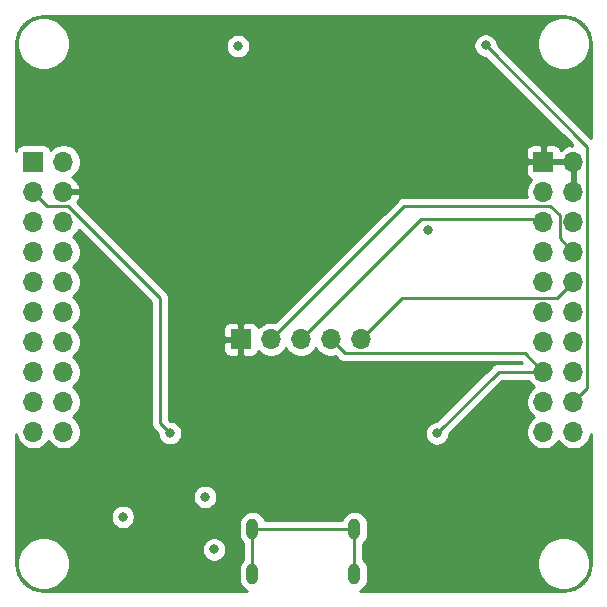
<source format=gbr>
%TF.GenerationSoftware,KiCad,Pcbnew,(5.1.10-1-10_14)*%
%TF.CreationDate,2021-10-31T18:44:30+08:00*%
%TF.ProjectId,esp32solo_devboard,65737033-3273-46f6-9c6f-5f646576626f,rev?*%
%TF.SameCoordinates,Original*%
%TF.FileFunction,Copper,L4,Bot*%
%TF.FilePolarity,Positive*%
%FSLAX46Y46*%
G04 Gerber Fmt 4.6, Leading zero omitted, Abs format (unit mm)*
G04 Created by KiCad (PCBNEW (5.1.10-1-10_14)) date 2021-10-31 18:44:30*
%MOMM*%
%LPD*%
G01*
G04 APERTURE LIST*
%TA.AperFunction,ComponentPad*%
%ADD10O,1.700000X1.700000*%
%TD*%
%TA.AperFunction,ComponentPad*%
%ADD11R,1.700000X1.700000*%
%TD*%
%TA.AperFunction,ComponentPad*%
%ADD12O,0.999998X1.799996*%
%TD*%
%TA.AperFunction,ViaPad*%
%ADD13C,0.800000*%
%TD*%
%TA.AperFunction,Conductor*%
%ADD14C,0.250000*%
%TD*%
%TA.AperFunction,Conductor*%
%ADD15C,0.254000*%
%TD*%
%TA.AperFunction,Conductor*%
%ADD16C,0.100000*%
%TD*%
G04 APERTURE END LIST*
D10*
%TO.P,J3,5*%
%TO.N,EN*%
X129860000Y-78030000D03*
%TO.P,J3,4*%
%TO.N,IO0*%
X127320000Y-78030000D03*
%TO.P,J3,3*%
%TO.N,TXD0*%
X124780000Y-78030000D03*
%TO.P,J3,2*%
%TO.N,RXD0*%
X122240000Y-78030000D03*
D11*
%TO.P,J3,1*%
%TO.N,GND*%
X119700000Y-78030000D03*
%TD*%
D10*
%TO.P,J2,20*%
%TO.N,SD1*%
X147860000Y-85860000D03*
%TO.P,J2,19*%
%TO.N,SD0*%
X145320000Y-85860000D03*
%TO.P,J2,18*%
%TO.N,IO2*%
X147860000Y-83320000D03*
%TO.P,J2,17*%
%TO.N,IO15*%
X145320000Y-83320000D03*
%TO.P,J2,16*%
%TO.N,IO4*%
X147860000Y-80780000D03*
%TO.P,J2,15*%
%TO.N,IO0*%
X145320000Y-80780000D03*
%TO.P,J2,14*%
%TO.N,IO17*%
X147860000Y-78240000D03*
%TO.P,J2,13*%
%TO.N,IO16*%
X145320000Y-78240000D03*
%TO.P,J2,12*%
%TO.N,IO18*%
X147860000Y-75700000D03*
%TO.P,J2,11*%
%TO.N,IO5*%
X145320000Y-75700000D03*
%TO.P,J2,10*%
%TO.N,EN*%
X147860000Y-73160000D03*
%TO.P,J2,9*%
%TO.N,IO19*%
X145320000Y-73160000D03*
%TO.P,J2,8*%
%TO.N,RXD0*%
X147860000Y-70620000D03*
%TO.P,J2,7*%
%TO.N,IO21*%
X145320000Y-70620000D03*
%TO.P,J2,6*%
%TO.N,IO22*%
X147860000Y-68080000D03*
%TO.P,J2,5*%
%TO.N,TXD0*%
X145320000Y-68080000D03*
%TO.P,J2,4*%
%TO.N,GND*%
X147860000Y-65540000D03*
%TO.P,J2,3*%
%TO.N,IO23*%
X145320000Y-65540000D03*
%TO.P,J2,2*%
%TO.N,GND*%
X147860000Y-63000000D03*
D11*
%TO.P,J2,1*%
X145320000Y-63000000D03*
%TD*%
D10*
%TO.P,J1,20*%
%TO.N,CLK*%
X104680000Y-85860000D03*
%TO.P,J1,19*%
%TO.N,CMD*%
X102140000Y-85860000D03*
%TO.P,J1,18*%
%TO.N,SD3*%
X104680000Y-83320000D03*
%TO.P,J1,17*%
%TO.N,SD2*%
X102140000Y-83320000D03*
%TO.P,J1,16*%
%TO.N,IO13*%
X104680000Y-80780000D03*
%TO.P,J1,15*%
%TO.N,IO12*%
X102140000Y-80780000D03*
%TO.P,J1,14*%
%TO.N,IO14*%
X104680000Y-78240000D03*
%TO.P,J1,13*%
%TO.N,IO27*%
X102140000Y-78240000D03*
%TO.P,J1,12*%
%TO.N,IO26*%
X104680000Y-75700000D03*
%TO.P,J1,11*%
%TO.N,IO25*%
X102140000Y-75700000D03*
%TO.P,J1,10*%
%TO.N,IO33*%
X104680000Y-73160000D03*
%TO.P,J1,9*%
%TO.N,IO32*%
X102140000Y-73160000D03*
%TO.P,J1,8*%
%TO.N,IO35*%
X104680000Y-70620000D03*
%TO.P,J1,7*%
%TO.N,IO34*%
X102140000Y-70620000D03*
%TO.P,J1,6*%
%TO.N,SENSOR_VN*%
X104680000Y-68080000D03*
%TO.P,J1,5*%
%TO.N,SENSOR_VP*%
X102140000Y-68080000D03*
%TO.P,J1,4*%
%TO.N,GND*%
X104680000Y-65540000D03*
%TO.P,J1,3*%
%TO.N,EN*%
X102140000Y-65540000D03*
%TO.P,J1,2*%
%TO.N,VBUS*%
X104680000Y-63000000D03*
D11*
%TO.P,J1,1*%
%TO.N,+3V3*%
X102140000Y-63000000D03*
%TD*%
D12*
%TO.P,P1,3*%
%TO.N,Net-(C1-Pad1)*%
X129320159Y-97900047D03*
%TO.P,P1,4*%
X129320159Y-94099953D03*
%TO.P,P1,2*%
X120680095Y-97900047D03*
%TO.P,P1,1*%
X120680095Y-94099953D03*
%TD*%
D13*
%TO.N,GND*%
X123970000Y-58710000D03*
X119290000Y-66340000D03*
X130870000Y-51290000D03*
X119400000Y-51330000D03*
X133780000Y-98260000D03*
X127780000Y-89780000D03*
X127749931Y-91269931D03*
X131580000Y-86020000D03*
X121750000Y-91810000D03*
X113060000Y-97940000D03*
X112075000Y-96005000D03*
X109700000Y-96005000D03*
X107990000Y-54860000D03*
X118340000Y-85980000D03*
%TO.N,EN*%
X113700000Y-85980000D03*
%TO.N,+3V3*%
X119440000Y-53200000D03*
X135550000Y-68790000D03*
X116680000Y-91360000D03*
X109700000Y-93055000D03*
%TO.N,IO0*%
X136299970Y-86000000D03*
%TO.N,IO2*%
X140420000Y-53142500D03*
%TO.N,VBUS*%
X117430000Y-95810000D03*
%TD*%
D14*
%TO.N,EN*%
X105054003Y-66715001D02*
X103315001Y-66715001D01*
X103315001Y-66715001D02*
X102140000Y-65540000D01*
X112864001Y-74524999D02*
X105054003Y-66715001D01*
X147860000Y-73160000D02*
X146495001Y-74524999D01*
X112864001Y-85144001D02*
X112864001Y-74524999D01*
X113700000Y-85980000D02*
X112864001Y-85144001D01*
X133365001Y-74524999D02*
X129860000Y-78030000D01*
X146495001Y-74524999D02*
X133365001Y-74524999D01*
%TO.N,IO0*%
X141519970Y-80780000D02*
X136299970Y-86000000D01*
X145320000Y-80780000D02*
X141519970Y-80780000D01*
X143745001Y-79205001D02*
X145320000Y-80780000D01*
X128495001Y-79205001D02*
X143745001Y-79205001D01*
X127320000Y-78030000D02*
X128495001Y-79205001D01*
%TO.N,IO2*%
X149035001Y-61757501D02*
X140420000Y-53142500D01*
X149035001Y-82144999D02*
X149035001Y-61757501D01*
X147860000Y-83320000D02*
X149035001Y-82144999D01*
%TO.N,Net-(C1-Pad1)*%
X129320159Y-94099953D02*
X120680095Y-94099953D01*
X120680095Y-97900047D02*
X120680095Y-94099953D01*
X129320159Y-97900047D02*
X129320159Y-94099953D01*
%TO.N,RXD0*%
X146684999Y-69444999D02*
X147860000Y-70620000D01*
X146684999Y-67515999D02*
X146684999Y-69444999D01*
X145884001Y-66715001D02*
X146684999Y-67515999D01*
X133554999Y-66715001D02*
X145884001Y-66715001D01*
X122240000Y-78030000D02*
X133554999Y-66715001D01*
%TO.N,TXD0*%
X124780000Y-78030000D02*
X134960000Y-67850000D01*
X145090000Y-67850000D02*
X145320000Y-68080000D01*
X134960000Y-67850000D02*
X145090000Y-67850000D01*
%TD*%
D15*
%TO.N,GND*%
X147453893Y-50707670D02*
X147890498Y-50839489D01*
X148293185Y-51053600D01*
X148646612Y-51341848D01*
X148937327Y-51693261D01*
X149154242Y-52094439D01*
X149289106Y-52530113D01*
X149340000Y-53014344D01*
X149340000Y-60987698D01*
X141455000Y-53102699D01*
X141455000Y-53040561D01*
X141415226Y-52840602D01*
X141390071Y-52779872D01*
X144765000Y-52779872D01*
X144765000Y-53220128D01*
X144850890Y-53651925D01*
X145019369Y-54058669D01*
X145263962Y-54424729D01*
X145575271Y-54736038D01*
X145941331Y-54980631D01*
X146348075Y-55149110D01*
X146779872Y-55235000D01*
X147220128Y-55235000D01*
X147651925Y-55149110D01*
X148058669Y-54980631D01*
X148424729Y-54736038D01*
X148736038Y-54424729D01*
X148980631Y-54058669D01*
X149149110Y-53651925D01*
X149235000Y-53220128D01*
X149235000Y-52779872D01*
X149149110Y-52348075D01*
X148980631Y-51941331D01*
X148736038Y-51575271D01*
X148424729Y-51263962D01*
X148058669Y-51019369D01*
X147651925Y-50850890D01*
X147220128Y-50765000D01*
X146779872Y-50765000D01*
X146348075Y-50850890D01*
X145941331Y-51019369D01*
X145575271Y-51263962D01*
X145263962Y-51575271D01*
X145019369Y-51941331D01*
X144850890Y-52348075D01*
X144765000Y-52779872D01*
X141390071Y-52779872D01*
X141337205Y-52652244D01*
X141223937Y-52482726D01*
X141079774Y-52338563D01*
X140910256Y-52225295D01*
X140721898Y-52147274D01*
X140521939Y-52107500D01*
X140318061Y-52107500D01*
X140118102Y-52147274D01*
X139929744Y-52225295D01*
X139760226Y-52338563D01*
X139616063Y-52482726D01*
X139502795Y-52652244D01*
X139424774Y-52840602D01*
X139385000Y-53040561D01*
X139385000Y-53244439D01*
X139424774Y-53444398D01*
X139502795Y-53632756D01*
X139616063Y-53802274D01*
X139760226Y-53946437D01*
X139929744Y-54059705D01*
X140118102Y-54137726D01*
X140318061Y-54177500D01*
X140380199Y-54177500D01*
X147732998Y-61530300D01*
X147732998Y-61679185D01*
X147503109Y-61558519D01*
X147228748Y-61655843D01*
X146978645Y-61804822D01*
X146782498Y-61981626D01*
X146759502Y-61905820D01*
X146700537Y-61795506D01*
X146621185Y-61698815D01*
X146524494Y-61619463D01*
X146414180Y-61560498D01*
X146294482Y-61524188D01*
X146170000Y-61511928D01*
X145605750Y-61515000D01*
X145447000Y-61673750D01*
X145447000Y-62873000D01*
X147733000Y-62873000D01*
X147733000Y-62853000D01*
X147987000Y-62853000D01*
X147987000Y-62873000D01*
X148007000Y-62873000D01*
X148007000Y-63127000D01*
X147987000Y-63127000D01*
X147987000Y-65413000D01*
X148007000Y-65413000D01*
X148007000Y-65667000D01*
X147987000Y-65667000D01*
X147987000Y-65687000D01*
X147733000Y-65687000D01*
X147733000Y-65667000D01*
X147713000Y-65667000D01*
X147713000Y-65413000D01*
X147733000Y-65413000D01*
X147733000Y-63127000D01*
X145447000Y-63127000D01*
X145447000Y-63147000D01*
X145193000Y-63147000D01*
X145193000Y-63127000D01*
X143993750Y-63127000D01*
X143835000Y-63285750D01*
X143831928Y-63850000D01*
X143844188Y-63974482D01*
X143880498Y-64094180D01*
X143939463Y-64204494D01*
X144018815Y-64301185D01*
X144115506Y-64380537D01*
X144225820Y-64439502D01*
X144298380Y-64461513D01*
X144166525Y-64593368D01*
X144004010Y-64836589D01*
X143892068Y-65106842D01*
X143835000Y-65393740D01*
X143835000Y-65686260D01*
X143888456Y-65955001D01*
X133592321Y-65955001D01*
X133554998Y-65951325D01*
X133517675Y-65955001D01*
X133517666Y-65955001D01*
X133406013Y-65965998D01*
X133262752Y-66009455D01*
X133130722Y-66080027D01*
X133047082Y-66148669D01*
X133014998Y-66175000D01*
X132991200Y-66203998D01*
X122606408Y-76588791D01*
X122386260Y-76545000D01*
X122093740Y-76545000D01*
X121806842Y-76602068D01*
X121536589Y-76714010D01*
X121293368Y-76876525D01*
X121161513Y-77008380D01*
X121139502Y-76935820D01*
X121080537Y-76825506D01*
X121001185Y-76728815D01*
X120904494Y-76649463D01*
X120794180Y-76590498D01*
X120674482Y-76554188D01*
X120550000Y-76541928D01*
X119985750Y-76545000D01*
X119827000Y-76703750D01*
X119827000Y-77903000D01*
X119847000Y-77903000D01*
X119847000Y-78157000D01*
X119827000Y-78157000D01*
X119827000Y-79356250D01*
X119985750Y-79515000D01*
X120550000Y-79518072D01*
X120674482Y-79505812D01*
X120794180Y-79469502D01*
X120904494Y-79410537D01*
X121001185Y-79331185D01*
X121080537Y-79234494D01*
X121139502Y-79124180D01*
X121161513Y-79051620D01*
X121293368Y-79183475D01*
X121536589Y-79345990D01*
X121806842Y-79457932D01*
X122093740Y-79515000D01*
X122386260Y-79515000D01*
X122673158Y-79457932D01*
X122943411Y-79345990D01*
X123186632Y-79183475D01*
X123393475Y-78976632D01*
X123510000Y-78802240D01*
X123626525Y-78976632D01*
X123833368Y-79183475D01*
X124076589Y-79345990D01*
X124346842Y-79457932D01*
X124633740Y-79515000D01*
X124926260Y-79515000D01*
X125213158Y-79457932D01*
X125483411Y-79345990D01*
X125726632Y-79183475D01*
X125933475Y-78976632D01*
X126050000Y-78802240D01*
X126166525Y-78976632D01*
X126373368Y-79183475D01*
X126616589Y-79345990D01*
X126886842Y-79457932D01*
X127173740Y-79515000D01*
X127466260Y-79515000D01*
X127686408Y-79471210D01*
X127931201Y-79716003D01*
X127955000Y-79745002D01*
X128070725Y-79839975D01*
X128202754Y-79910547D01*
X128346015Y-79954004D01*
X128457668Y-79965001D01*
X128457677Y-79965001D01*
X128495000Y-79968677D01*
X128532323Y-79965001D01*
X143430200Y-79965001D01*
X143485199Y-80020000D01*
X141557295Y-80020000D01*
X141519970Y-80016324D01*
X141482645Y-80020000D01*
X141482637Y-80020000D01*
X141370984Y-80030997D01*
X141227723Y-80074454D01*
X141095694Y-80145026D01*
X140979969Y-80239999D01*
X140956171Y-80268997D01*
X136260169Y-84965000D01*
X136198031Y-84965000D01*
X135998072Y-85004774D01*
X135809714Y-85082795D01*
X135640196Y-85196063D01*
X135496033Y-85340226D01*
X135382765Y-85509744D01*
X135304744Y-85698102D01*
X135264970Y-85898061D01*
X135264970Y-86101939D01*
X135304744Y-86301898D01*
X135382765Y-86490256D01*
X135496033Y-86659774D01*
X135640196Y-86803937D01*
X135809714Y-86917205D01*
X135998072Y-86995226D01*
X136198031Y-87035000D01*
X136401909Y-87035000D01*
X136601868Y-86995226D01*
X136790226Y-86917205D01*
X136959744Y-86803937D01*
X137103907Y-86659774D01*
X137217175Y-86490256D01*
X137295196Y-86301898D01*
X137334970Y-86101939D01*
X137334970Y-86039801D01*
X141834772Y-81540000D01*
X144041822Y-81540000D01*
X144166525Y-81726632D01*
X144373368Y-81933475D01*
X144547760Y-82050000D01*
X144373368Y-82166525D01*
X144166525Y-82373368D01*
X144004010Y-82616589D01*
X143892068Y-82886842D01*
X143835000Y-83173740D01*
X143835000Y-83466260D01*
X143892068Y-83753158D01*
X144004010Y-84023411D01*
X144166525Y-84266632D01*
X144373368Y-84473475D01*
X144547760Y-84590000D01*
X144373368Y-84706525D01*
X144166525Y-84913368D01*
X144004010Y-85156589D01*
X143892068Y-85426842D01*
X143835000Y-85713740D01*
X143835000Y-86006260D01*
X143892068Y-86293158D01*
X144004010Y-86563411D01*
X144166525Y-86806632D01*
X144373368Y-87013475D01*
X144616589Y-87175990D01*
X144886842Y-87287932D01*
X145173740Y-87345000D01*
X145466260Y-87345000D01*
X145753158Y-87287932D01*
X146023411Y-87175990D01*
X146266632Y-87013475D01*
X146473475Y-86806632D01*
X146590000Y-86632240D01*
X146706525Y-86806632D01*
X146913368Y-87013475D01*
X147156589Y-87175990D01*
X147426842Y-87287932D01*
X147713740Y-87345000D01*
X148006260Y-87345000D01*
X148293158Y-87287932D01*
X148563411Y-87175990D01*
X148806632Y-87013475D01*
X149013475Y-86806632D01*
X149175990Y-86563411D01*
X149287932Y-86293158D01*
X149340001Y-86031393D01*
X149340001Y-96967711D01*
X149292330Y-97453894D01*
X149160512Y-97890497D01*
X148946399Y-98293186D01*
X148658150Y-98646613D01*
X148306739Y-98937327D01*
X147905564Y-99154240D01*
X147469886Y-99289106D01*
X146985664Y-99340000D01*
X129782276Y-99340000D01*
X129953781Y-99248329D01*
X130126607Y-99106494D01*
X130268442Y-98933668D01*
X130373834Y-98736493D01*
X130438735Y-98522544D01*
X130455158Y-98355797D01*
X130455158Y-97444296D01*
X130438735Y-97277549D01*
X130373834Y-97063601D01*
X130268442Y-96866426D01*
X130197409Y-96779872D01*
X144765000Y-96779872D01*
X144765000Y-97220128D01*
X144850890Y-97651925D01*
X145019369Y-98058669D01*
X145263962Y-98424729D01*
X145575271Y-98736038D01*
X145941331Y-98980631D01*
X146348075Y-99149110D01*
X146779872Y-99235000D01*
X147220128Y-99235000D01*
X147651925Y-99149110D01*
X148058669Y-98980631D01*
X148424729Y-98736038D01*
X148736038Y-98424729D01*
X148980631Y-98058669D01*
X149149110Y-97651925D01*
X149235000Y-97220128D01*
X149235000Y-96779872D01*
X149149110Y-96348075D01*
X148980631Y-95941331D01*
X148736038Y-95575271D01*
X148424729Y-95263962D01*
X148058669Y-95019369D01*
X147651925Y-94850890D01*
X147220128Y-94765000D01*
X146779872Y-94765000D01*
X146348075Y-94850890D01*
X145941331Y-95019369D01*
X145575271Y-95263962D01*
X145263962Y-95575271D01*
X145019369Y-95941331D01*
X144850890Y-96348075D01*
X144765000Y-96779872D01*
X130197409Y-96779872D01*
X130126607Y-96693600D01*
X130080159Y-96655481D01*
X130080159Y-95344519D01*
X130126607Y-95306400D01*
X130268442Y-95133574D01*
X130373834Y-94936399D01*
X130438735Y-94722450D01*
X130455158Y-94555703D01*
X130455158Y-93644202D01*
X130438735Y-93477455D01*
X130373834Y-93263507D01*
X130268442Y-93066332D01*
X130126607Y-92893506D01*
X129953781Y-92751671D01*
X129756605Y-92646279D01*
X129542657Y-92581378D01*
X129320159Y-92559464D01*
X129097660Y-92581378D01*
X128883712Y-92646279D01*
X128686537Y-92751671D01*
X128513711Y-92893506D01*
X128371876Y-93066332D01*
X128266484Y-93263508D01*
X128243294Y-93339953D01*
X121756960Y-93339953D01*
X121733770Y-93263507D01*
X121628378Y-93066332D01*
X121486543Y-92893506D01*
X121313717Y-92751671D01*
X121116541Y-92646279D01*
X120902593Y-92581378D01*
X120680095Y-92559464D01*
X120457596Y-92581378D01*
X120243648Y-92646279D01*
X120046473Y-92751671D01*
X119873647Y-92893506D01*
X119731812Y-93066332D01*
X119626420Y-93263508D01*
X119561519Y-93477456D01*
X119545096Y-93644203D01*
X119545096Y-94555704D01*
X119561519Y-94722451D01*
X119626420Y-94936399D01*
X119731813Y-95133574D01*
X119873648Y-95306400D01*
X119920096Y-95344519D01*
X119920095Y-96655481D01*
X119873647Y-96693600D01*
X119731812Y-96866426D01*
X119626420Y-97063602D01*
X119561519Y-97277550D01*
X119545096Y-97444297D01*
X119545096Y-98355798D01*
X119561519Y-98522545D01*
X119626420Y-98736493D01*
X119731813Y-98933668D01*
X119873648Y-99106494D01*
X120046474Y-99248329D01*
X120217979Y-99340000D01*
X103032279Y-99340000D01*
X102546106Y-99292330D01*
X102109503Y-99160512D01*
X101706814Y-98946399D01*
X101353387Y-98658150D01*
X101062673Y-98306739D01*
X100845760Y-97905564D01*
X100710894Y-97469886D01*
X100660000Y-96985664D01*
X100660000Y-96779872D01*
X100765000Y-96779872D01*
X100765000Y-97220128D01*
X100850890Y-97651925D01*
X101019369Y-98058669D01*
X101263962Y-98424729D01*
X101575271Y-98736038D01*
X101941331Y-98980631D01*
X102348075Y-99149110D01*
X102779872Y-99235000D01*
X103220128Y-99235000D01*
X103651925Y-99149110D01*
X104058669Y-98980631D01*
X104424729Y-98736038D01*
X104736038Y-98424729D01*
X104980631Y-98058669D01*
X105149110Y-97651925D01*
X105235000Y-97220128D01*
X105235000Y-96779872D01*
X105149110Y-96348075D01*
X104980631Y-95941331D01*
X104824766Y-95708061D01*
X116395000Y-95708061D01*
X116395000Y-95911939D01*
X116434774Y-96111898D01*
X116512795Y-96300256D01*
X116626063Y-96469774D01*
X116770226Y-96613937D01*
X116939744Y-96727205D01*
X117128102Y-96805226D01*
X117328061Y-96845000D01*
X117531939Y-96845000D01*
X117731898Y-96805226D01*
X117920256Y-96727205D01*
X118089774Y-96613937D01*
X118233937Y-96469774D01*
X118347205Y-96300256D01*
X118425226Y-96111898D01*
X118465000Y-95911939D01*
X118465000Y-95708061D01*
X118425226Y-95508102D01*
X118347205Y-95319744D01*
X118233937Y-95150226D01*
X118089774Y-95006063D01*
X117920256Y-94892795D01*
X117731898Y-94814774D01*
X117531939Y-94775000D01*
X117328061Y-94775000D01*
X117128102Y-94814774D01*
X116939744Y-94892795D01*
X116770226Y-95006063D01*
X116626063Y-95150226D01*
X116512795Y-95319744D01*
X116434774Y-95508102D01*
X116395000Y-95708061D01*
X104824766Y-95708061D01*
X104736038Y-95575271D01*
X104424729Y-95263962D01*
X104058669Y-95019369D01*
X103651925Y-94850890D01*
X103220128Y-94765000D01*
X102779872Y-94765000D01*
X102348075Y-94850890D01*
X101941331Y-95019369D01*
X101575271Y-95263962D01*
X101263962Y-95575271D01*
X101019369Y-95941331D01*
X100850890Y-96348075D01*
X100765000Y-96779872D01*
X100660000Y-96779872D01*
X100660000Y-92953061D01*
X108665000Y-92953061D01*
X108665000Y-93156939D01*
X108704774Y-93356898D01*
X108782795Y-93545256D01*
X108896063Y-93714774D01*
X109040226Y-93858937D01*
X109209744Y-93972205D01*
X109398102Y-94050226D01*
X109598061Y-94090000D01*
X109801939Y-94090000D01*
X110001898Y-94050226D01*
X110190256Y-93972205D01*
X110359774Y-93858937D01*
X110503937Y-93714774D01*
X110617205Y-93545256D01*
X110695226Y-93356898D01*
X110735000Y-93156939D01*
X110735000Y-92953061D01*
X110695226Y-92753102D01*
X110617205Y-92564744D01*
X110503937Y-92395226D01*
X110359774Y-92251063D01*
X110190256Y-92137795D01*
X110001898Y-92059774D01*
X109801939Y-92020000D01*
X109598061Y-92020000D01*
X109398102Y-92059774D01*
X109209744Y-92137795D01*
X109040226Y-92251063D01*
X108896063Y-92395226D01*
X108782795Y-92564744D01*
X108704774Y-92753102D01*
X108665000Y-92953061D01*
X100660000Y-92953061D01*
X100660000Y-91258061D01*
X115645000Y-91258061D01*
X115645000Y-91461939D01*
X115684774Y-91661898D01*
X115762795Y-91850256D01*
X115876063Y-92019774D01*
X116020226Y-92163937D01*
X116189744Y-92277205D01*
X116378102Y-92355226D01*
X116578061Y-92395000D01*
X116781939Y-92395000D01*
X116981898Y-92355226D01*
X117170256Y-92277205D01*
X117339774Y-92163937D01*
X117483937Y-92019774D01*
X117597205Y-91850256D01*
X117675226Y-91661898D01*
X117715000Y-91461939D01*
X117715000Y-91258061D01*
X117675226Y-91058102D01*
X117597205Y-90869744D01*
X117483937Y-90700226D01*
X117339774Y-90556063D01*
X117170256Y-90442795D01*
X116981898Y-90364774D01*
X116781939Y-90325000D01*
X116578061Y-90325000D01*
X116378102Y-90364774D01*
X116189744Y-90442795D01*
X116020226Y-90556063D01*
X115876063Y-90700226D01*
X115762795Y-90869744D01*
X115684774Y-91058102D01*
X115645000Y-91258061D01*
X100660000Y-91258061D01*
X100660000Y-86031397D01*
X100712068Y-86293158D01*
X100824010Y-86563411D01*
X100986525Y-86806632D01*
X101193368Y-87013475D01*
X101436589Y-87175990D01*
X101706842Y-87287932D01*
X101993740Y-87345000D01*
X102286260Y-87345000D01*
X102573158Y-87287932D01*
X102843411Y-87175990D01*
X103086632Y-87013475D01*
X103293475Y-86806632D01*
X103410000Y-86632240D01*
X103526525Y-86806632D01*
X103733368Y-87013475D01*
X103976589Y-87175990D01*
X104246842Y-87287932D01*
X104533740Y-87345000D01*
X104826260Y-87345000D01*
X105113158Y-87287932D01*
X105383411Y-87175990D01*
X105626632Y-87013475D01*
X105833475Y-86806632D01*
X105995990Y-86563411D01*
X106107932Y-86293158D01*
X106165000Y-86006260D01*
X106165000Y-85713740D01*
X106107932Y-85426842D01*
X105995990Y-85156589D01*
X105833475Y-84913368D01*
X105626632Y-84706525D01*
X105452240Y-84590000D01*
X105626632Y-84473475D01*
X105833475Y-84266632D01*
X105995990Y-84023411D01*
X106107932Y-83753158D01*
X106165000Y-83466260D01*
X106165000Y-83173740D01*
X106107932Y-82886842D01*
X105995990Y-82616589D01*
X105833475Y-82373368D01*
X105626632Y-82166525D01*
X105452240Y-82050000D01*
X105626632Y-81933475D01*
X105833475Y-81726632D01*
X105995990Y-81483411D01*
X106107932Y-81213158D01*
X106165000Y-80926260D01*
X106165000Y-80633740D01*
X106107932Y-80346842D01*
X105995990Y-80076589D01*
X105833475Y-79833368D01*
X105626632Y-79626525D01*
X105452240Y-79510000D01*
X105626632Y-79393475D01*
X105833475Y-79186632D01*
X105995990Y-78943411D01*
X106107932Y-78673158D01*
X106165000Y-78386260D01*
X106165000Y-78093740D01*
X106107932Y-77806842D01*
X105995990Y-77536589D01*
X105833475Y-77293368D01*
X105626632Y-77086525D01*
X105452240Y-76970000D01*
X105626632Y-76853475D01*
X105833475Y-76646632D01*
X105995990Y-76403411D01*
X106107932Y-76133158D01*
X106165000Y-75846260D01*
X106165000Y-75553740D01*
X106107932Y-75266842D01*
X105995990Y-74996589D01*
X105833475Y-74753368D01*
X105626632Y-74546525D01*
X105452240Y-74430000D01*
X105626632Y-74313475D01*
X105833475Y-74106632D01*
X105995990Y-73863411D01*
X106107932Y-73593158D01*
X106165000Y-73306260D01*
X106165000Y-73013740D01*
X106107932Y-72726842D01*
X105995990Y-72456589D01*
X105833475Y-72213368D01*
X105626632Y-72006525D01*
X105452240Y-71890000D01*
X105626632Y-71773475D01*
X105833475Y-71566632D01*
X105995990Y-71323411D01*
X106107932Y-71053158D01*
X106165000Y-70766260D01*
X106165000Y-70473740D01*
X106107932Y-70186842D01*
X105995990Y-69916589D01*
X105833475Y-69673368D01*
X105626632Y-69466525D01*
X105452240Y-69350000D01*
X105626632Y-69233475D01*
X105833475Y-69026632D01*
X105995990Y-68783411D01*
X106011110Y-68746909D01*
X112104002Y-74839802D01*
X112104001Y-85106679D01*
X112100325Y-85144001D01*
X112104001Y-85181323D01*
X112104001Y-85181333D01*
X112114998Y-85292986D01*
X112155602Y-85426842D01*
X112158455Y-85436247D01*
X112229027Y-85568277D01*
X112235139Y-85575724D01*
X112324000Y-85684002D01*
X112353003Y-85707804D01*
X112665000Y-86019801D01*
X112665000Y-86081939D01*
X112704774Y-86281898D01*
X112782795Y-86470256D01*
X112896063Y-86639774D01*
X113040226Y-86783937D01*
X113209744Y-86897205D01*
X113398102Y-86975226D01*
X113598061Y-87015000D01*
X113801939Y-87015000D01*
X114001898Y-86975226D01*
X114190256Y-86897205D01*
X114359774Y-86783937D01*
X114503937Y-86639774D01*
X114617205Y-86470256D01*
X114695226Y-86281898D01*
X114735000Y-86081939D01*
X114735000Y-85878061D01*
X114695226Y-85678102D01*
X114617205Y-85489744D01*
X114503937Y-85320226D01*
X114359774Y-85176063D01*
X114190256Y-85062795D01*
X114001898Y-84984774D01*
X113801939Y-84945000D01*
X113739801Y-84945000D01*
X113624001Y-84829200D01*
X113624001Y-78880000D01*
X118211928Y-78880000D01*
X118224188Y-79004482D01*
X118260498Y-79124180D01*
X118319463Y-79234494D01*
X118398815Y-79331185D01*
X118495506Y-79410537D01*
X118605820Y-79469502D01*
X118725518Y-79505812D01*
X118850000Y-79518072D01*
X119414250Y-79515000D01*
X119573000Y-79356250D01*
X119573000Y-78157000D01*
X118373750Y-78157000D01*
X118215000Y-78315750D01*
X118211928Y-78880000D01*
X113624001Y-78880000D01*
X113624001Y-77180000D01*
X118211928Y-77180000D01*
X118215000Y-77744250D01*
X118373750Y-77903000D01*
X119573000Y-77903000D01*
X119573000Y-76703750D01*
X119414250Y-76545000D01*
X118850000Y-76541928D01*
X118725518Y-76554188D01*
X118605820Y-76590498D01*
X118495506Y-76649463D01*
X118398815Y-76728815D01*
X118319463Y-76825506D01*
X118260498Y-76935820D01*
X118224188Y-77055518D01*
X118211928Y-77180000D01*
X113624001Y-77180000D01*
X113624001Y-74562321D01*
X113627677Y-74524998D01*
X113624001Y-74487675D01*
X113624001Y-74487666D01*
X113613004Y-74376013D01*
X113569547Y-74232752D01*
X113560058Y-74215000D01*
X113498975Y-74100722D01*
X113427800Y-74013996D01*
X113404002Y-73984998D01*
X113375004Y-73961200D01*
X105852987Y-66439184D01*
X105951641Y-66306920D01*
X106076825Y-66044099D01*
X106121476Y-65896890D01*
X106000155Y-65667000D01*
X104807000Y-65667000D01*
X104807000Y-65687000D01*
X104553000Y-65687000D01*
X104553000Y-65667000D01*
X104533000Y-65667000D01*
X104533000Y-65413000D01*
X104553000Y-65413000D01*
X104553000Y-65393000D01*
X104807000Y-65393000D01*
X104807000Y-65413000D01*
X106000155Y-65413000D01*
X106121476Y-65183110D01*
X106076825Y-65035901D01*
X105951641Y-64773080D01*
X105777588Y-64539731D01*
X105561355Y-64344822D01*
X105444466Y-64275195D01*
X105626632Y-64153475D01*
X105833475Y-63946632D01*
X105995990Y-63703411D01*
X106107932Y-63433158D01*
X106165000Y-63146260D01*
X106165000Y-62853740D01*
X106107932Y-62566842D01*
X105995990Y-62296589D01*
X105898043Y-62150000D01*
X143831928Y-62150000D01*
X143835000Y-62714250D01*
X143993750Y-62873000D01*
X145193000Y-62873000D01*
X145193000Y-61673750D01*
X145034250Y-61515000D01*
X144470000Y-61511928D01*
X144345518Y-61524188D01*
X144225820Y-61560498D01*
X144115506Y-61619463D01*
X144018815Y-61698815D01*
X143939463Y-61795506D01*
X143880498Y-61905820D01*
X143844188Y-62025518D01*
X143831928Y-62150000D01*
X105898043Y-62150000D01*
X105833475Y-62053368D01*
X105626632Y-61846525D01*
X105383411Y-61684010D01*
X105113158Y-61572068D01*
X104826260Y-61515000D01*
X104533740Y-61515000D01*
X104246842Y-61572068D01*
X103976589Y-61684010D01*
X103733368Y-61846525D01*
X103601513Y-61978380D01*
X103579502Y-61905820D01*
X103520537Y-61795506D01*
X103441185Y-61698815D01*
X103344494Y-61619463D01*
X103234180Y-61560498D01*
X103114482Y-61524188D01*
X102990000Y-61511928D01*
X101290000Y-61511928D01*
X101165518Y-61524188D01*
X101045820Y-61560498D01*
X100935506Y-61619463D01*
X100838815Y-61698815D01*
X100759463Y-61795506D01*
X100700498Y-61905820D01*
X100664188Y-62025518D01*
X100660000Y-62068041D01*
X100660000Y-53032279D01*
X100684748Y-52779872D01*
X100765000Y-52779872D01*
X100765000Y-53220128D01*
X100850890Y-53651925D01*
X101019369Y-54058669D01*
X101263962Y-54424729D01*
X101575271Y-54736038D01*
X101941331Y-54980631D01*
X102348075Y-55149110D01*
X102779872Y-55235000D01*
X103220128Y-55235000D01*
X103651925Y-55149110D01*
X104058669Y-54980631D01*
X104424729Y-54736038D01*
X104736038Y-54424729D01*
X104980631Y-54058669D01*
X105149110Y-53651925D01*
X105235000Y-53220128D01*
X105235000Y-53098061D01*
X118405000Y-53098061D01*
X118405000Y-53301939D01*
X118444774Y-53501898D01*
X118522795Y-53690256D01*
X118636063Y-53859774D01*
X118780226Y-54003937D01*
X118949744Y-54117205D01*
X119138102Y-54195226D01*
X119338061Y-54235000D01*
X119541939Y-54235000D01*
X119741898Y-54195226D01*
X119930256Y-54117205D01*
X120099774Y-54003937D01*
X120243937Y-53859774D01*
X120357205Y-53690256D01*
X120435226Y-53501898D01*
X120475000Y-53301939D01*
X120475000Y-53098061D01*
X120435226Y-52898102D01*
X120357205Y-52709744D01*
X120243937Y-52540226D01*
X120099774Y-52396063D01*
X119930256Y-52282795D01*
X119741898Y-52204774D01*
X119541939Y-52165000D01*
X119338061Y-52165000D01*
X119138102Y-52204774D01*
X118949744Y-52282795D01*
X118780226Y-52396063D01*
X118636063Y-52540226D01*
X118522795Y-52709744D01*
X118444774Y-52898102D01*
X118405000Y-53098061D01*
X105235000Y-53098061D01*
X105235000Y-52779872D01*
X105149110Y-52348075D01*
X104980631Y-51941331D01*
X104736038Y-51575271D01*
X104424729Y-51263962D01*
X104058669Y-51019369D01*
X103651925Y-50850890D01*
X103220128Y-50765000D01*
X102779872Y-50765000D01*
X102348075Y-50850890D01*
X101941331Y-51019369D01*
X101575271Y-51263962D01*
X101263962Y-51575271D01*
X101019369Y-51941331D01*
X100850890Y-52348075D01*
X100765000Y-52779872D01*
X100684748Y-52779872D01*
X100707670Y-52546107D01*
X100839489Y-52109502D01*
X101053600Y-51706815D01*
X101341848Y-51353388D01*
X101693261Y-51062673D01*
X102094439Y-50845758D01*
X102530113Y-50710894D01*
X103014344Y-50660000D01*
X146967721Y-50660000D01*
X147453893Y-50707670D01*
%TA.AperFunction,Conductor*%
D16*
G36*
X147453893Y-50707670D02*
G01*
X147890498Y-50839489D01*
X148293185Y-51053600D01*
X148646612Y-51341848D01*
X148937327Y-51693261D01*
X149154242Y-52094439D01*
X149289106Y-52530113D01*
X149340000Y-53014344D01*
X149340000Y-60987698D01*
X141455000Y-53102699D01*
X141455000Y-53040561D01*
X141415226Y-52840602D01*
X141390071Y-52779872D01*
X144765000Y-52779872D01*
X144765000Y-53220128D01*
X144850890Y-53651925D01*
X145019369Y-54058669D01*
X145263962Y-54424729D01*
X145575271Y-54736038D01*
X145941331Y-54980631D01*
X146348075Y-55149110D01*
X146779872Y-55235000D01*
X147220128Y-55235000D01*
X147651925Y-55149110D01*
X148058669Y-54980631D01*
X148424729Y-54736038D01*
X148736038Y-54424729D01*
X148980631Y-54058669D01*
X149149110Y-53651925D01*
X149235000Y-53220128D01*
X149235000Y-52779872D01*
X149149110Y-52348075D01*
X148980631Y-51941331D01*
X148736038Y-51575271D01*
X148424729Y-51263962D01*
X148058669Y-51019369D01*
X147651925Y-50850890D01*
X147220128Y-50765000D01*
X146779872Y-50765000D01*
X146348075Y-50850890D01*
X145941331Y-51019369D01*
X145575271Y-51263962D01*
X145263962Y-51575271D01*
X145019369Y-51941331D01*
X144850890Y-52348075D01*
X144765000Y-52779872D01*
X141390071Y-52779872D01*
X141337205Y-52652244D01*
X141223937Y-52482726D01*
X141079774Y-52338563D01*
X140910256Y-52225295D01*
X140721898Y-52147274D01*
X140521939Y-52107500D01*
X140318061Y-52107500D01*
X140118102Y-52147274D01*
X139929744Y-52225295D01*
X139760226Y-52338563D01*
X139616063Y-52482726D01*
X139502795Y-52652244D01*
X139424774Y-52840602D01*
X139385000Y-53040561D01*
X139385000Y-53244439D01*
X139424774Y-53444398D01*
X139502795Y-53632756D01*
X139616063Y-53802274D01*
X139760226Y-53946437D01*
X139929744Y-54059705D01*
X140118102Y-54137726D01*
X140318061Y-54177500D01*
X140380199Y-54177500D01*
X147732998Y-61530300D01*
X147732998Y-61679185D01*
X147503109Y-61558519D01*
X147228748Y-61655843D01*
X146978645Y-61804822D01*
X146782498Y-61981626D01*
X146759502Y-61905820D01*
X146700537Y-61795506D01*
X146621185Y-61698815D01*
X146524494Y-61619463D01*
X146414180Y-61560498D01*
X146294482Y-61524188D01*
X146170000Y-61511928D01*
X145605750Y-61515000D01*
X145447000Y-61673750D01*
X145447000Y-62873000D01*
X147733000Y-62873000D01*
X147733000Y-62853000D01*
X147987000Y-62853000D01*
X147987000Y-62873000D01*
X148007000Y-62873000D01*
X148007000Y-63127000D01*
X147987000Y-63127000D01*
X147987000Y-65413000D01*
X148007000Y-65413000D01*
X148007000Y-65667000D01*
X147987000Y-65667000D01*
X147987000Y-65687000D01*
X147733000Y-65687000D01*
X147733000Y-65667000D01*
X147713000Y-65667000D01*
X147713000Y-65413000D01*
X147733000Y-65413000D01*
X147733000Y-63127000D01*
X145447000Y-63127000D01*
X145447000Y-63147000D01*
X145193000Y-63147000D01*
X145193000Y-63127000D01*
X143993750Y-63127000D01*
X143835000Y-63285750D01*
X143831928Y-63850000D01*
X143844188Y-63974482D01*
X143880498Y-64094180D01*
X143939463Y-64204494D01*
X144018815Y-64301185D01*
X144115506Y-64380537D01*
X144225820Y-64439502D01*
X144298380Y-64461513D01*
X144166525Y-64593368D01*
X144004010Y-64836589D01*
X143892068Y-65106842D01*
X143835000Y-65393740D01*
X143835000Y-65686260D01*
X143888456Y-65955001D01*
X133592321Y-65955001D01*
X133554998Y-65951325D01*
X133517675Y-65955001D01*
X133517666Y-65955001D01*
X133406013Y-65965998D01*
X133262752Y-66009455D01*
X133130722Y-66080027D01*
X133047082Y-66148669D01*
X133014998Y-66175000D01*
X132991200Y-66203998D01*
X122606408Y-76588791D01*
X122386260Y-76545000D01*
X122093740Y-76545000D01*
X121806842Y-76602068D01*
X121536589Y-76714010D01*
X121293368Y-76876525D01*
X121161513Y-77008380D01*
X121139502Y-76935820D01*
X121080537Y-76825506D01*
X121001185Y-76728815D01*
X120904494Y-76649463D01*
X120794180Y-76590498D01*
X120674482Y-76554188D01*
X120550000Y-76541928D01*
X119985750Y-76545000D01*
X119827000Y-76703750D01*
X119827000Y-77903000D01*
X119847000Y-77903000D01*
X119847000Y-78157000D01*
X119827000Y-78157000D01*
X119827000Y-79356250D01*
X119985750Y-79515000D01*
X120550000Y-79518072D01*
X120674482Y-79505812D01*
X120794180Y-79469502D01*
X120904494Y-79410537D01*
X121001185Y-79331185D01*
X121080537Y-79234494D01*
X121139502Y-79124180D01*
X121161513Y-79051620D01*
X121293368Y-79183475D01*
X121536589Y-79345990D01*
X121806842Y-79457932D01*
X122093740Y-79515000D01*
X122386260Y-79515000D01*
X122673158Y-79457932D01*
X122943411Y-79345990D01*
X123186632Y-79183475D01*
X123393475Y-78976632D01*
X123510000Y-78802240D01*
X123626525Y-78976632D01*
X123833368Y-79183475D01*
X124076589Y-79345990D01*
X124346842Y-79457932D01*
X124633740Y-79515000D01*
X124926260Y-79515000D01*
X125213158Y-79457932D01*
X125483411Y-79345990D01*
X125726632Y-79183475D01*
X125933475Y-78976632D01*
X126050000Y-78802240D01*
X126166525Y-78976632D01*
X126373368Y-79183475D01*
X126616589Y-79345990D01*
X126886842Y-79457932D01*
X127173740Y-79515000D01*
X127466260Y-79515000D01*
X127686408Y-79471210D01*
X127931201Y-79716003D01*
X127955000Y-79745002D01*
X128070725Y-79839975D01*
X128202754Y-79910547D01*
X128346015Y-79954004D01*
X128457668Y-79965001D01*
X128457677Y-79965001D01*
X128495000Y-79968677D01*
X128532323Y-79965001D01*
X143430200Y-79965001D01*
X143485199Y-80020000D01*
X141557295Y-80020000D01*
X141519970Y-80016324D01*
X141482645Y-80020000D01*
X141482637Y-80020000D01*
X141370984Y-80030997D01*
X141227723Y-80074454D01*
X141095694Y-80145026D01*
X140979969Y-80239999D01*
X140956171Y-80268997D01*
X136260169Y-84965000D01*
X136198031Y-84965000D01*
X135998072Y-85004774D01*
X135809714Y-85082795D01*
X135640196Y-85196063D01*
X135496033Y-85340226D01*
X135382765Y-85509744D01*
X135304744Y-85698102D01*
X135264970Y-85898061D01*
X135264970Y-86101939D01*
X135304744Y-86301898D01*
X135382765Y-86490256D01*
X135496033Y-86659774D01*
X135640196Y-86803937D01*
X135809714Y-86917205D01*
X135998072Y-86995226D01*
X136198031Y-87035000D01*
X136401909Y-87035000D01*
X136601868Y-86995226D01*
X136790226Y-86917205D01*
X136959744Y-86803937D01*
X137103907Y-86659774D01*
X137217175Y-86490256D01*
X137295196Y-86301898D01*
X137334970Y-86101939D01*
X137334970Y-86039801D01*
X141834772Y-81540000D01*
X144041822Y-81540000D01*
X144166525Y-81726632D01*
X144373368Y-81933475D01*
X144547760Y-82050000D01*
X144373368Y-82166525D01*
X144166525Y-82373368D01*
X144004010Y-82616589D01*
X143892068Y-82886842D01*
X143835000Y-83173740D01*
X143835000Y-83466260D01*
X143892068Y-83753158D01*
X144004010Y-84023411D01*
X144166525Y-84266632D01*
X144373368Y-84473475D01*
X144547760Y-84590000D01*
X144373368Y-84706525D01*
X144166525Y-84913368D01*
X144004010Y-85156589D01*
X143892068Y-85426842D01*
X143835000Y-85713740D01*
X143835000Y-86006260D01*
X143892068Y-86293158D01*
X144004010Y-86563411D01*
X144166525Y-86806632D01*
X144373368Y-87013475D01*
X144616589Y-87175990D01*
X144886842Y-87287932D01*
X145173740Y-87345000D01*
X145466260Y-87345000D01*
X145753158Y-87287932D01*
X146023411Y-87175990D01*
X146266632Y-87013475D01*
X146473475Y-86806632D01*
X146590000Y-86632240D01*
X146706525Y-86806632D01*
X146913368Y-87013475D01*
X147156589Y-87175990D01*
X147426842Y-87287932D01*
X147713740Y-87345000D01*
X148006260Y-87345000D01*
X148293158Y-87287932D01*
X148563411Y-87175990D01*
X148806632Y-87013475D01*
X149013475Y-86806632D01*
X149175990Y-86563411D01*
X149287932Y-86293158D01*
X149340001Y-86031393D01*
X149340001Y-96967711D01*
X149292330Y-97453894D01*
X149160512Y-97890497D01*
X148946399Y-98293186D01*
X148658150Y-98646613D01*
X148306739Y-98937327D01*
X147905564Y-99154240D01*
X147469886Y-99289106D01*
X146985664Y-99340000D01*
X129782276Y-99340000D01*
X129953781Y-99248329D01*
X130126607Y-99106494D01*
X130268442Y-98933668D01*
X130373834Y-98736493D01*
X130438735Y-98522544D01*
X130455158Y-98355797D01*
X130455158Y-97444296D01*
X130438735Y-97277549D01*
X130373834Y-97063601D01*
X130268442Y-96866426D01*
X130197409Y-96779872D01*
X144765000Y-96779872D01*
X144765000Y-97220128D01*
X144850890Y-97651925D01*
X145019369Y-98058669D01*
X145263962Y-98424729D01*
X145575271Y-98736038D01*
X145941331Y-98980631D01*
X146348075Y-99149110D01*
X146779872Y-99235000D01*
X147220128Y-99235000D01*
X147651925Y-99149110D01*
X148058669Y-98980631D01*
X148424729Y-98736038D01*
X148736038Y-98424729D01*
X148980631Y-98058669D01*
X149149110Y-97651925D01*
X149235000Y-97220128D01*
X149235000Y-96779872D01*
X149149110Y-96348075D01*
X148980631Y-95941331D01*
X148736038Y-95575271D01*
X148424729Y-95263962D01*
X148058669Y-95019369D01*
X147651925Y-94850890D01*
X147220128Y-94765000D01*
X146779872Y-94765000D01*
X146348075Y-94850890D01*
X145941331Y-95019369D01*
X145575271Y-95263962D01*
X145263962Y-95575271D01*
X145019369Y-95941331D01*
X144850890Y-96348075D01*
X144765000Y-96779872D01*
X130197409Y-96779872D01*
X130126607Y-96693600D01*
X130080159Y-96655481D01*
X130080159Y-95344519D01*
X130126607Y-95306400D01*
X130268442Y-95133574D01*
X130373834Y-94936399D01*
X130438735Y-94722450D01*
X130455158Y-94555703D01*
X130455158Y-93644202D01*
X130438735Y-93477455D01*
X130373834Y-93263507D01*
X130268442Y-93066332D01*
X130126607Y-92893506D01*
X129953781Y-92751671D01*
X129756605Y-92646279D01*
X129542657Y-92581378D01*
X129320159Y-92559464D01*
X129097660Y-92581378D01*
X128883712Y-92646279D01*
X128686537Y-92751671D01*
X128513711Y-92893506D01*
X128371876Y-93066332D01*
X128266484Y-93263508D01*
X128243294Y-93339953D01*
X121756960Y-93339953D01*
X121733770Y-93263507D01*
X121628378Y-93066332D01*
X121486543Y-92893506D01*
X121313717Y-92751671D01*
X121116541Y-92646279D01*
X120902593Y-92581378D01*
X120680095Y-92559464D01*
X120457596Y-92581378D01*
X120243648Y-92646279D01*
X120046473Y-92751671D01*
X119873647Y-92893506D01*
X119731812Y-93066332D01*
X119626420Y-93263508D01*
X119561519Y-93477456D01*
X119545096Y-93644203D01*
X119545096Y-94555704D01*
X119561519Y-94722451D01*
X119626420Y-94936399D01*
X119731813Y-95133574D01*
X119873648Y-95306400D01*
X119920096Y-95344519D01*
X119920095Y-96655481D01*
X119873647Y-96693600D01*
X119731812Y-96866426D01*
X119626420Y-97063602D01*
X119561519Y-97277550D01*
X119545096Y-97444297D01*
X119545096Y-98355798D01*
X119561519Y-98522545D01*
X119626420Y-98736493D01*
X119731813Y-98933668D01*
X119873648Y-99106494D01*
X120046474Y-99248329D01*
X120217979Y-99340000D01*
X103032279Y-99340000D01*
X102546106Y-99292330D01*
X102109503Y-99160512D01*
X101706814Y-98946399D01*
X101353387Y-98658150D01*
X101062673Y-98306739D01*
X100845760Y-97905564D01*
X100710894Y-97469886D01*
X100660000Y-96985664D01*
X100660000Y-96779872D01*
X100765000Y-96779872D01*
X100765000Y-97220128D01*
X100850890Y-97651925D01*
X101019369Y-98058669D01*
X101263962Y-98424729D01*
X101575271Y-98736038D01*
X101941331Y-98980631D01*
X102348075Y-99149110D01*
X102779872Y-99235000D01*
X103220128Y-99235000D01*
X103651925Y-99149110D01*
X104058669Y-98980631D01*
X104424729Y-98736038D01*
X104736038Y-98424729D01*
X104980631Y-98058669D01*
X105149110Y-97651925D01*
X105235000Y-97220128D01*
X105235000Y-96779872D01*
X105149110Y-96348075D01*
X104980631Y-95941331D01*
X104824766Y-95708061D01*
X116395000Y-95708061D01*
X116395000Y-95911939D01*
X116434774Y-96111898D01*
X116512795Y-96300256D01*
X116626063Y-96469774D01*
X116770226Y-96613937D01*
X116939744Y-96727205D01*
X117128102Y-96805226D01*
X117328061Y-96845000D01*
X117531939Y-96845000D01*
X117731898Y-96805226D01*
X117920256Y-96727205D01*
X118089774Y-96613937D01*
X118233937Y-96469774D01*
X118347205Y-96300256D01*
X118425226Y-96111898D01*
X118465000Y-95911939D01*
X118465000Y-95708061D01*
X118425226Y-95508102D01*
X118347205Y-95319744D01*
X118233937Y-95150226D01*
X118089774Y-95006063D01*
X117920256Y-94892795D01*
X117731898Y-94814774D01*
X117531939Y-94775000D01*
X117328061Y-94775000D01*
X117128102Y-94814774D01*
X116939744Y-94892795D01*
X116770226Y-95006063D01*
X116626063Y-95150226D01*
X116512795Y-95319744D01*
X116434774Y-95508102D01*
X116395000Y-95708061D01*
X104824766Y-95708061D01*
X104736038Y-95575271D01*
X104424729Y-95263962D01*
X104058669Y-95019369D01*
X103651925Y-94850890D01*
X103220128Y-94765000D01*
X102779872Y-94765000D01*
X102348075Y-94850890D01*
X101941331Y-95019369D01*
X101575271Y-95263962D01*
X101263962Y-95575271D01*
X101019369Y-95941331D01*
X100850890Y-96348075D01*
X100765000Y-96779872D01*
X100660000Y-96779872D01*
X100660000Y-92953061D01*
X108665000Y-92953061D01*
X108665000Y-93156939D01*
X108704774Y-93356898D01*
X108782795Y-93545256D01*
X108896063Y-93714774D01*
X109040226Y-93858937D01*
X109209744Y-93972205D01*
X109398102Y-94050226D01*
X109598061Y-94090000D01*
X109801939Y-94090000D01*
X110001898Y-94050226D01*
X110190256Y-93972205D01*
X110359774Y-93858937D01*
X110503937Y-93714774D01*
X110617205Y-93545256D01*
X110695226Y-93356898D01*
X110735000Y-93156939D01*
X110735000Y-92953061D01*
X110695226Y-92753102D01*
X110617205Y-92564744D01*
X110503937Y-92395226D01*
X110359774Y-92251063D01*
X110190256Y-92137795D01*
X110001898Y-92059774D01*
X109801939Y-92020000D01*
X109598061Y-92020000D01*
X109398102Y-92059774D01*
X109209744Y-92137795D01*
X109040226Y-92251063D01*
X108896063Y-92395226D01*
X108782795Y-92564744D01*
X108704774Y-92753102D01*
X108665000Y-92953061D01*
X100660000Y-92953061D01*
X100660000Y-91258061D01*
X115645000Y-91258061D01*
X115645000Y-91461939D01*
X115684774Y-91661898D01*
X115762795Y-91850256D01*
X115876063Y-92019774D01*
X116020226Y-92163937D01*
X116189744Y-92277205D01*
X116378102Y-92355226D01*
X116578061Y-92395000D01*
X116781939Y-92395000D01*
X116981898Y-92355226D01*
X117170256Y-92277205D01*
X117339774Y-92163937D01*
X117483937Y-92019774D01*
X117597205Y-91850256D01*
X117675226Y-91661898D01*
X117715000Y-91461939D01*
X117715000Y-91258061D01*
X117675226Y-91058102D01*
X117597205Y-90869744D01*
X117483937Y-90700226D01*
X117339774Y-90556063D01*
X117170256Y-90442795D01*
X116981898Y-90364774D01*
X116781939Y-90325000D01*
X116578061Y-90325000D01*
X116378102Y-90364774D01*
X116189744Y-90442795D01*
X116020226Y-90556063D01*
X115876063Y-90700226D01*
X115762795Y-90869744D01*
X115684774Y-91058102D01*
X115645000Y-91258061D01*
X100660000Y-91258061D01*
X100660000Y-86031397D01*
X100712068Y-86293158D01*
X100824010Y-86563411D01*
X100986525Y-86806632D01*
X101193368Y-87013475D01*
X101436589Y-87175990D01*
X101706842Y-87287932D01*
X101993740Y-87345000D01*
X102286260Y-87345000D01*
X102573158Y-87287932D01*
X102843411Y-87175990D01*
X103086632Y-87013475D01*
X103293475Y-86806632D01*
X103410000Y-86632240D01*
X103526525Y-86806632D01*
X103733368Y-87013475D01*
X103976589Y-87175990D01*
X104246842Y-87287932D01*
X104533740Y-87345000D01*
X104826260Y-87345000D01*
X105113158Y-87287932D01*
X105383411Y-87175990D01*
X105626632Y-87013475D01*
X105833475Y-86806632D01*
X105995990Y-86563411D01*
X106107932Y-86293158D01*
X106165000Y-86006260D01*
X106165000Y-85713740D01*
X106107932Y-85426842D01*
X105995990Y-85156589D01*
X105833475Y-84913368D01*
X105626632Y-84706525D01*
X105452240Y-84590000D01*
X105626632Y-84473475D01*
X105833475Y-84266632D01*
X105995990Y-84023411D01*
X106107932Y-83753158D01*
X106165000Y-83466260D01*
X106165000Y-83173740D01*
X106107932Y-82886842D01*
X105995990Y-82616589D01*
X105833475Y-82373368D01*
X105626632Y-82166525D01*
X105452240Y-82050000D01*
X105626632Y-81933475D01*
X105833475Y-81726632D01*
X105995990Y-81483411D01*
X106107932Y-81213158D01*
X106165000Y-80926260D01*
X106165000Y-80633740D01*
X106107932Y-80346842D01*
X105995990Y-80076589D01*
X105833475Y-79833368D01*
X105626632Y-79626525D01*
X105452240Y-79510000D01*
X105626632Y-79393475D01*
X105833475Y-79186632D01*
X105995990Y-78943411D01*
X106107932Y-78673158D01*
X106165000Y-78386260D01*
X106165000Y-78093740D01*
X106107932Y-77806842D01*
X105995990Y-77536589D01*
X105833475Y-77293368D01*
X105626632Y-77086525D01*
X105452240Y-76970000D01*
X105626632Y-76853475D01*
X105833475Y-76646632D01*
X105995990Y-76403411D01*
X106107932Y-76133158D01*
X106165000Y-75846260D01*
X106165000Y-75553740D01*
X106107932Y-75266842D01*
X105995990Y-74996589D01*
X105833475Y-74753368D01*
X105626632Y-74546525D01*
X105452240Y-74430000D01*
X105626632Y-74313475D01*
X105833475Y-74106632D01*
X105995990Y-73863411D01*
X106107932Y-73593158D01*
X106165000Y-73306260D01*
X106165000Y-73013740D01*
X106107932Y-72726842D01*
X105995990Y-72456589D01*
X105833475Y-72213368D01*
X105626632Y-72006525D01*
X105452240Y-71890000D01*
X105626632Y-71773475D01*
X105833475Y-71566632D01*
X105995990Y-71323411D01*
X106107932Y-71053158D01*
X106165000Y-70766260D01*
X106165000Y-70473740D01*
X106107932Y-70186842D01*
X105995990Y-69916589D01*
X105833475Y-69673368D01*
X105626632Y-69466525D01*
X105452240Y-69350000D01*
X105626632Y-69233475D01*
X105833475Y-69026632D01*
X105995990Y-68783411D01*
X106011110Y-68746909D01*
X112104002Y-74839802D01*
X112104001Y-85106679D01*
X112100325Y-85144001D01*
X112104001Y-85181323D01*
X112104001Y-85181333D01*
X112114998Y-85292986D01*
X112155602Y-85426842D01*
X112158455Y-85436247D01*
X112229027Y-85568277D01*
X112235139Y-85575724D01*
X112324000Y-85684002D01*
X112353003Y-85707804D01*
X112665000Y-86019801D01*
X112665000Y-86081939D01*
X112704774Y-86281898D01*
X112782795Y-86470256D01*
X112896063Y-86639774D01*
X113040226Y-86783937D01*
X113209744Y-86897205D01*
X113398102Y-86975226D01*
X113598061Y-87015000D01*
X113801939Y-87015000D01*
X114001898Y-86975226D01*
X114190256Y-86897205D01*
X114359774Y-86783937D01*
X114503937Y-86639774D01*
X114617205Y-86470256D01*
X114695226Y-86281898D01*
X114735000Y-86081939D01*
X114735000Y-85878061D01*
X114695226Y-85678102D01*
X114617205Y-85489744D01*
X114503937Y-85320226D01*
X114359774Y-85176063D01*
X114190256Y-85062795D01*
X114001898Y-84984774D01*
X113801939Y-84945000D01*
X113739801Y-84945000D01*
X113624001Y-84829200D01*
X113624001Y-78880000D01*
X118211928Y-78880000D01*
X118224188Y-79004482D01*
X118260498Y-79124180D01*
X118319463Y-79234494D01*
X118398815Y-79331185D01*
X118495506Y-79410537D01*
X118605820Y-79469502D01*
X118725518Y-79505812D01*
X118850000Y-79518072D01*
X119414250Y-79515000D01*
X119573000Y-79356250D01*
X119573000Y-78157000D01*
X118373750Y-78157000D01*
X118215000Y-78315750D01*
X118211928Y-78880000D01*
X113624001Y-78880000D01*
X113624001Y-77180000D01*
X118211928Y-77180000D01*
X118215000Y-77744250D01*
X118373750Y-77903000D01*
X119573000Y-77903000D01*
X119573000Y-76703750D01*
X119414250Y-76545000D01*
X118850000Y-76541928D01*
X118725518Y-76554188D01*
X118605820Y-76590498D01*
X118495506Y-76649463D01*
X118398815Y-76728815D01*
X118319463Y-76825506D01*
X118260498Y-76935820D01*
X118224188Y-77055518D01*
X118211928Y-77180000D01*
X113624001Y-77180000D01*
X113624001Y-74562321D01*
X113627677Y-74524998D01*
X113624001Y-74487675D01*
X113624001Y-74487666D01*
X113613004Y-74376013D01*
X113569547Y-74232752D01*
X113560058Y-74215000D01*
X113498975Y-74100722D01*
X113427800Y-74013996D01*
X113404002Y-73984998D01*
X113375004Y-73961200D01*
X105852987Y-66439184D01*
X105951641Y-66306920D01*
X106076825Y-66044099D01*
X106121476Y-65896890D01*
X106000155Y-65667000D01*
X104807000Y-65667000D01*
X104807000Y-65687000D01*
X104553000Y-65687000D01*
X104553000Y-65667000D01*
X104533000Y-65667000D01*
X104533000Y-65413000D01*
X104553000Y-65413000D01*
X104553000Y-65393000D01*
X104807000Y-65393000D01*
X104807000Y-65413000D01*
X106000155Y-65413000D01*
X106121476Y-65183110D01*
X106076825Y-65035901D01*
X105951641Y-64773080D01*
X105777588Y-64539731D01*
X105561355Y-64344822D01*
X105444466Y-64275195D01*
X105626632Y-64153475D01*
X105833475Y-63946632D01*
X105995990Y-63703411D01*
X106107932Y-63433158D01*
X106165000Y-63146260D01*
X106165000Y-62853740D01*
X106107932Y-62566842D01*
X105995990Y-62296589D01*
X105898043Y-62150000D01*
X143831928Y-62150000D01*
X143835000Y-62714250D01*
X143993750Y-62873000D01*
X145193000Y-62873000D01*
X145193000Y-61673750D01*
X145034250Y-61515000D01*
X144470000Y-61511928D01*
X144345518Y-61524188D01*
X144225820Y-61560498D01*
X144115506Y-61619463D01*
X144018815Y-61698815D01*
X143939463Y-61795506D01*
X143880498Y-61905820D01*
X143844188Y-62025518D01*
X143831928Y-62150000D01*
X105898043Y-62150000D01*
X105833475Y-62053368D01*
X105626632Y-61846525D01*
X105383411Y-61684010D01*
X105113158Y-61572068D01*
X104826260Y-61515000D01*
X104533740Y-61515000D01*
X104246842Y-61572068D01*
X103976589Y-61684010D01*
X103733368Y-61846525D01*
X103601513Y-61978380D01*
X103579502Y-61905820D01*
X103520537Y-61795506D01*
X103441185Y-61698815D01*
X103344494Y-61619463D01*
X103234180Y-61560498D01*
X103114482Y-61524188D01*
X102990000Y-61511928D01*
X101290000Y-61511928D01*
X101165518Y-61524188D01*
X101045820Y-61560498D01*
X100935506Y-61619463D01*
X100838815Y-61698815D01*
X100759463Y-61795506D01*
X100700498Y-61905820D01*
X100664188Y-62025518D01*
X100660000Y-62068041D01*
X100660000Y-53032279D01*
X100684748Y-52779872D01*
X100765000Y-52779872D01*
X100765000Y-53220128D01*
X100850890Y-53651925D01*
X101019369Y-54058669D01*
X101263962Y-54424729D01*
X101575271Y-54736038D01*
X101941331Y-54980631D01*
X102348075Y-55149110D01*
X102779872Y-55235000D01*
X103220128Y-55235000D01*
X103651925Y-55149110D01*
X104058669Y-54980631D01*
X104424729Y-54736038D01*
X104736038Y-54424729D01*
X104980631Y-54058669D01*
X105149110Y-53651925D01*
X105235000Y-53220128D01*
X105235000Y-53098061D01*
X118405000Y-53098061D01*
X118405000Y-53301939D01*
X118444774Y-53501898D01*
X118522795Y-53690256D01*
X118636063Y-53859774D01*
X118780226Y-54003937D01*
X118949744Y-54117205D01*
X119138102Y-54195226D01*
X119338061Y-54235000D01*
X119541939Y-54235000D01*
X119741898Y-54195226D01*
X119930256Y-54117205D01*
X120099774Y-54003937D01*
X120243937Y-53859774D01*
X120357205Y-53690256D01*
X120435226Y-53501898D01*
X120475000Y-53301939D01*
X120475000Y-53098061D01*
X120435226Y-52898102D01*
X120357205Y-52709744D01*
X120243937Y-52540226D01*
X120099774Y-52396063D01*
X119930256Y-52282795D01*
X119741898Y-52204774D01*
X119541939Y-52165000D01*
X119338061Y-52165000D01*
X119138102Y-52204774D01*
X118949744Y-52282795D01*
X118780226Y-52396063D01*
X118636063Y-52540226D01*
X118522795Y-52709744D01*
X118444774Y-52898102D01*
X118405000Y-53098061D01*
X105235000Y-53098061D01*
X105235000Y-52779872D01*
X105149110Y-52348075D01*
X104980631Y-51941331D01*
X104736038Y-51575271D01*
X104424729Y-51263962D01*
X104058669Y-51019369D01*
X103651925Y-50850890D01*
X103220128Y-50765000D01*
X102779872Y-50765000D01*
X102348075Y-50850890D01*
X101941331Y-51019369D01*
X101575271Y-51263962D01*
X101263962Y-51575271D01*
X101019369Y-51941331D01*
X100850890Y-52348075D01*
X100765000Y-52779872D01*
X100684748Y-52779872D01*
X100707670Y-52546107D01*
X100839489Y-52109502D01*
X101053600Y-51706815D01*
X101341848Y-51353388D01*
X101693261Y-51062673D01*
X102094439Y-50845758D01*
X102530113Y-50710894D01*
X103014344Y-50660000D01*
X146967721Y-50660000D01*
X147453893Y-50707670D01*
G37*
%TD.AperFunction*%
%TD*%
M02*

</source>
